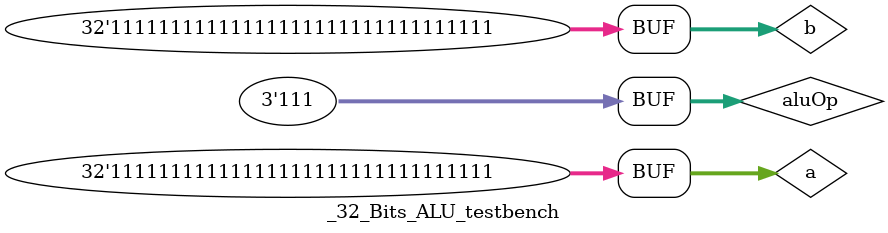
<source format=v>

module _32_Bits_ALU_testbench();


	reg [31:0]a, b;
	reg [2:0] aluOp;
	
	wire c32;
	wire [31:0] r;
	wire Z, V;
	
	_32_Bits_ALU alu(r, c32, Z, V, a, b, aluOp);

	initial begin
	//and

	a =32'b00000000000000000000000000000000; 
	b =32'b00000000000000000000000000000000;
	aluOp = 3'b000;
	
	#10;
	a =32'b00000000000000000000000000000000; 
	b =32'b11111111111111111111111111111111;
	aluOp = 3'b000;
	
	#10;
	a =32'b11111111111111111111111111111111;
	b =32'b11111111111111111111111111111111;
	aluOp = 3'b000;
	
	//or
	#10;
	a =32'b00000000000000000000000000000000; 
	b =32'b00000000000000000000000000000000;
	aluOp = 3'b001;
	
	#10;
	a =32'b00000000000000000000000000000000; 
	b =32'b11111111111111111111111111111111;
	aluOp = 3'b001;
	
	#10;
	a =32'b11111111111111111111111111111111;
	b =32'b11111111111111111111111111111111;
	aluOp = 3'b001;
	
	
	// add
	
	#10;
	a =32'b00000000000000000000000000000000; 
	b =32'b00000000000000000000000000000000;
	aluOp = 3'b010;
	
	#10;
	a =32'b00000000000000000000000000000000; 
	b =32'b11111111111111111111111111111111;
	aluOp = 3'b010;
	
	#10;
	a =32'b11111111111111111111111111111111;
	b =32'b11111111111111111111111111111111;
	aluOp = 3'b010;
	

	//substract
	#10;
	a =32'b00000000000000000000000000000000; 
	b =32'b00000000000000000000000000000000;
	aluOp = 3'b110;
	
	#10;
	a =32'b00000000000000000000000000000000; 
	b =32'b01111111111111111111111111111111;
	aluOp = 3'b110;
	
	#10;
	a =32'b10000000000000000000000000000000; 
	b =32'b01111111111111111111111111111111;
	aluOp = 3'b110;
	
	#10;
	a =32'b11111111111111111111111111111111;
	b =32'b11111111111111111111111111111111;
	aluOp = 3'b110;
	
	#10;
	a =32'b00000000000000000000000000000100; 
	b =32'b00000000000000000000000000001010;
	aluOp = 3'b110;
	
	
	//set less than
	#10;
	a =32'b00000000000000000000000000000000; 
	b =32'b00000000000000000000000000000000;
	aluOp = 3'b111;
	
	#10;
	a =32'b00000000000000000000000000011000; 
	b =32'b00000000000000000000000000001111;
	aluOp = 3'b111;
	
	#10;
	a =32'b00000000000000000000000000000011; 
	b =32'b00000000000000000000000000001000;
	aluOp = 3'b111;
	
	#10;
	a =32'b00000000000000000000000000000000; 
	b =32'b11111111111111111111111111111111;
	aluOp = 3'b111;
	
	#10;
	a =32'b11111111111111111111111111111111;
	b =32'b11111111111111111111111111111111;
	aluOp = 3'b111;
	
	end
	
	initial begin
	$monitor("aluOp =>%3b a=%32b, b=%32b, result=%32b, c32=%1b, V=%1b, Z=%1b" , aluOp, a, b, r, c32, V, Z);
	end
	
	
endmodule
</source>
